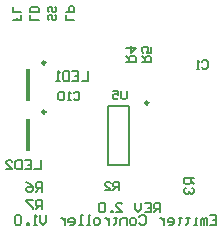
<source format=gbo>
G04 Layer_Color=32896*
%FSLAX44Y44*%
%MOMM*%
G71*
G01*
G75*
%ADD20C,0.2540*%
%ADD26C,0.2500*%
%ADD28C,0.2000*%
%ADD29C,0.1270*%
%ADD44R,0.3810X2.7940*%
D20*
X292760Y382800D02*
G03*
X292760Y382800I-1270J0D01*
G01*
Y341050D02*
G03*
X292760Y341050I-1270J0D01*
G01*
D26*
X379850Y348860D02*
G03*
X379850Y348860I-1250J0D01*
G01*
D28*
X363600Y296310D02*
Y346310D01*
X345600Y296310D02*
Y346310D01*
X363600D01*
X345600Y296310D02*
X363600D01*
D29*
X374351Y383126D02*
X382348D01*
Y387125D01*
X381015Y388457D01*
X378350D01*
X377017Y387125D01*
Y383126D01*
Y385792D02*
X374351Y388457D01*
X382348Y396455D02*
Y391123D01*
X378350D01*
X379683Y393789D01*
Y395122D01*
X378350Y396455D01*
X375684D01*
X374351Y395122D01*
Y392456D01*
X375684Y391123D01*
X361210Y383270D02*
X369207D01*
Y387269D01*
X367874Y388602D01*
X365209D01*
X363876Y387269D01*
Y383270D01*
Y385936D02*
X361210Y388602D01*
Y395266D02*
X369207D01*
X365209Y391267D01*
Y396599D01*
X288750Y300497D02*
Y292500D01*
X283418D01*
X275421Y300497D02*
X280753D01*
Y292500D01*
X275421D01*
X280753Y296499D02*
X278087D01*
X272755Y300497D02*
Y292500D01*
X268756D01*
X267423Y293833D01*
Y299165D01*
X268756Y300497D01*
X272755D01*
X259426Y292500D02*
X264758D01*
X259426Y297832D01*
Y299165D01*
X260759Y300497D01*
X263425D01*
X264758Y299165D01*
X328750Y375497D02*
Y367500D01*
X323418D01*
X315421Y375497D02*
X320753D01*
Y367500D01*
X315421D01*
X320753Y371499D02*
X318087D01*
X312755Y375497D02*
Y367500D01*
X308756D01*
X307423Y368833D01*
Y374165D01*
X308756Y375497D01*
X312755D01*
X304758Y367500D02*
X302092D01*
X303425D01*
Y375497D01*
X304758Y374165D01*
X418440Y285100D02*
X410443D01*
Y281101D01*
X411776Y279768D01*
X414441D01*
X415774Y281101D01*
Y285100D01*
Y282434D02*
X418440Y279768D01*
X411776Y277103D02*
X410443Y275770D01*
Y273104D01*
X411776Y271771D01*
X413108D01*
X414441Y273104D01*
Y274437D01*
Y273104D01*
X415774Y271771D01*
X417107D01*
X418440Y273104D01*
Y275770D01*
X417107Y277103D01*
X355000Y275000D02*
Y281998D01*
X351501D01*
X350335Y280832D01*
Y278499D01*
X351501Y277333D01*
X355000D01*
X352667D02*
X350335Y275000D01*
X343337D02*
X348002D01*
X343337Y279665D01*
Y280832D01*
X344503Y281998D01*
X346836D01*
X348002Y280832D01*
X425415Y383671D02*
X426581Y384838D01*
X428914D01*
X430080Y383671D01*
Y379006D01*
X428914Y377840D01*
X426581D01*
X425415Y379006D01*
X423082Y377840D02*
X420750D01*
X421916D01*
Y384838D01*
X423082Y383671D01*
X316585Y357081D02*
X317751Y358248D01*
X320084D01*
X321250Y357081D01*
Y352416D01*
X320084Y351250D01*
X317751D01*
X316585Y352416D01*
X314252Y351250D02*
X311920D01*
X313086D01*
Y358248D01*
X314252Y357081D01*
X308421D02*
X307255Y358248D01*
X304922D01*
X303756Y357081D01*
Y352416D01*
X304922Y351250D01*
X307255D01*
X308421Y352416D01*
Y357081D01*
X361569Y358788D02*
Y352956D01*
X360402Y351790D01*
X358070D01*
X356904Y352956D01*
Y358788D01*
X349906D02*
X354571D01*
Y355289D01*
X352239Y356455D01*
X351072D01*
X349906Y355289D01*
Y352956D01*
X351072Y351790D01*
X353405D01*
X354571Y352956D01*
X290000Y273750D02*
Y281747D01*
X286001D01*
X284668Y280415D01*
Y277749D01*
X286001Y276416D01*
X290000D01*
X287334D02*
X284668Y273750D01*
X276671Y281747D02*
X279337Y280415D01*
X282003Y277749D01*
Y275083D01*
X280670Y273750D01*
X278004D01*
X276671Y275083D01*
Y276416D01*
X278004Y277749D01*
X282003D01*
X290000Y258750D02*
Y266747D01*
X286001D01*
X284668Y265415D01*
Y262749D01*
X286001Y261416D01*
X290000D01*
X287334D02*
X284668Y258750D01*
X282003Y266747D02*
X276671D01*
Y265415D01*
X282003Y260083D01*
Y258750D01*
X300711Y423415D02*
X301878Y422249D01*
Y419916D01*
X300711Y418750D01*
X299545D01*
X298379Y419916D01*
Y422249D01*
X297213Y423415D01*
X296046D01*
X294880Y422249D01*
Y419916D01*
X296046Y418750D01*
X300711Y430413D02*
X301878Y429247D01*
Y426914D01*
X300711Y425748D01*
X299545D01*
X298379Y426914D01*
Y429247D01*
X297213Y430413D01*
X296046D01*
X294880Y429247D01*
Y426914D01*
X296046Y425748D01*
X286998Y418750D02*
X280000D01*
Y423415D01*
X286998Y425748D02*
X280000D01*
Y429247D01*
X281166Y430413D01*
X285832D01*
X286998Y429247D01*
Y425748D01*
X316998Y418870D02*
X310000D01*
Y423535D01*
Y425868D02*
X316998D01*
Y429367D01*
X315832Y430533D01*
X313499D01*
X312333Y429367D01*
Y425868D01*
X272408Y423265D02*
Y418600D01*
X268909D01*
Y420933D01*
Y418600D01*
X265410D01*
X272408Y425598D02*
X265410D01*
Y430263D01*
X432168Y253647D02*
X437500D01*
Y245650D01*
X432168D01*
X437500Y249649D02*
X434834D01*
X429503Y245650D02*
Y250982D01*
X428170D01*
X426837Y249649D01*
Y245650D01*
Y249649D01*
X425504Y250982D01*
X424171Y249649D01*
Y245650D01*
X421505D02*
X418839D01*
X420172D01*
Y250982D01*
X421505D01*
X413508Y252314D02*
Y250982D01*
X414841D01*
X412175D01*
X413508D01*
Y246983D01*
X412175Y245650D01*
X406843Y252314D02*
Y250982D01*
X408176D01*
X405510D01*
X406843D01*
Y246983D01*
X405510Y245650D01*
X397513D02*
X400179D01*
X401512Y246983D01*
Y249649D01*
X400179Y250982D01*
X397513D01*
X396180Y249649D01*
Y248316D01*
X401512D01*
X393514Y250982D02*
Y245650D01*
Y248316D01*
X392181Y249649D01*
X390848Y250982D01*
X389515D01*
X372188Y252314D02*
X373521Y253647D01*
X376186D01*
X377519Y252314D01*
Y246983D01*
X376186Y245650D01*
X373521D01*
X372188Y246983D01*
X368189Y245650D02*
X365523D01*
X364190Y246983D01*
Y249649D01*
X365523Y250982D01*
X368189D01*
X369522Y249649D01*
Y246983D01*
X368189Y245650D01*
X361525D02*
Y250982D01*
X357526D01*
X356193Y249649D01*
Y245650D01*
X352194Y252314D02*
Y250982D01*
X353527D01*
X350861D01*
X352194D01*
Y246983D01*
X350861Y245650D01*
X346862Y250982D02*
Y245650D01*
Y248316D01*
X345530Y249649D01*
X344197Y250982D01*
X342864D01*
X337532Y245650D02*
X334866D01*
X333534Y246983D01*
Y249649D01*
X334866Y250982D01*
X337532D01*
X338865Y249649D01*
Y246983D01*
X337532Y245650D01*
X330868D02*
X328202D01*
X329535D01*
Y253647D01*
X330868D01*
X324203Y245650D02*
X321537D01*
X322870D01*
Y253647D01*
X324203D01*
X313540Y245650D02*
X316206D01*
X317539Y246983D01*
Y249649D01*
X316206Y250982D01*
X313540D01*
X312207Y249649D01*
Y248316D01*
X317539D01*
X309541Y250982D02*
Y245650D01*
Y248316D01*
X308208Y249649D01*
X306875Y250982D01*
X305543D01*
X293546Y253647D02*
Y248316D01*
X290881Y245650D01*
X288215Y248316D01*
Y253647D01*
X285549Y245650D02*
X282883D01*
X284216D01*
Y253647D01*
X285549Y252314D01*
X278884Y245650D02*
Y246983D01*
X277551D01*
Y245650D01*
X278884D01*
X272220Y252314D02*
X270887Y253647D01*
X268221D01*
X266888Y252314D01*
Y246983D01*
X268221Y245650D01*
X270887D01*
X272220Y246983D01*
Y252314D01*
X390000Y256250D02*
Y264247D01*
X386001D01*
X384668Y262915D01*
Y260249D01*
X386001Y258916D01*
X390000D01*
X387334D02*
X384668Y256250D01*
X376671Y264247D02*
X382003D01*
Y256250D01*
X376671D01*
X382003Y260249D02*
X379337D01*
X374005Y264247D02*
Y258916D01*
X371339Y256250D01*
X368674Y258916D01*
Y264247D01*
X352679Y256250D02*
X358010D01*
X352679Y261582D01*
Y262915D01*
X354012Y264247D01*
X356677D01*
X358010Y262915D01*
X350013Y256250D02*
Y257583D01*
X348680D01*
Y256250D01*
X350013D01*
X343348Y262915D02*
X342015Y264247D01*
X339350D01*
X338017Y262915D01*
Y257583D01*
X339350Y256250D01*
X342015D01*
X343348Y257583D01*
Y262915D01*
D44*
X278155Y363750D02*
D03*
Y322000D02*
D03*
M02*

</source>
